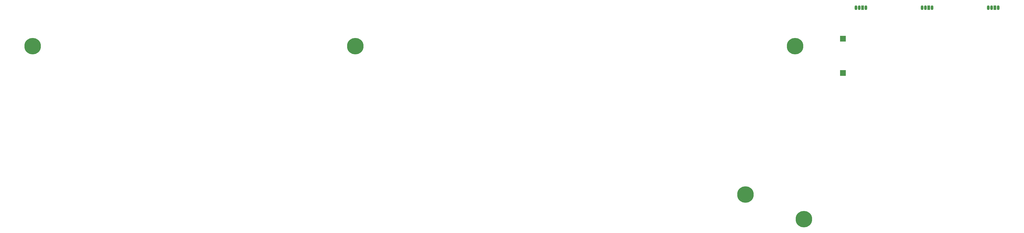
<source format=gts>
%TF.GenerationSoftware,KiCad,Pcbnew,(6.99.0-5337-gc57e6db79a-dirty)*%
%TF.CreationDate,2023-01-23T18:05:37-05:00*%
%TF.ProjectId,at101w,61743130-3177-42e6-9b69-6361645f7063,rev?*%
%TF.SameCoordinates,Original*%
%TF.FileFunction,Soldermask,Top*%
%TF.FilePolarity,Negative*%
%FSLAX46Y46*%
G04 Gerber Fmt 4.6, Leading zero omitted, Abs format (unit mm)*
G04 Created by KiCad (PCBNEW (6.99.0-5337-gc57e6db79a-dirty)) date 2023-01-23 18:05:37*
%MOMM*%
%LPD*%
G01*
G04 APERTURE LIST*
%ADD10C,6.350000*%
%ADD11R,2.200000X2.200000*%
%ADD12O,1.070000X1.800000*%
%ADD13R,1.070000X1.800000*%
G04 APERTURE END LIST*
D10*
X57150000Y-38100000D03*
X180975000Y-38100000D03*
X349845313Y-38100000D03*
X330795313Y-95250000D03*
X353218750Y-104775000D03*
D11*
X368204999Y-48434999D03*
X368204999Y-35234999D03*
D12*
X399862812Y-23344999D03*
X402402812Y-23344999D03*
D13*
X401132812Y-23344999D03*
D12*
X398592812Y-23344999D03*
X425262812Y-23344999D03*
X427802812Y-23344999D03*
D13*
X426532812Y-23344999D03*
D12*
X423992812Y-23344999D03*
X374462799Y-23344999D03*
X377002799Y-23344999D03*
D13*
X375732799Y-23344999D03*
D12*
X373192799Y-23344999D03*
M02*

</source>
